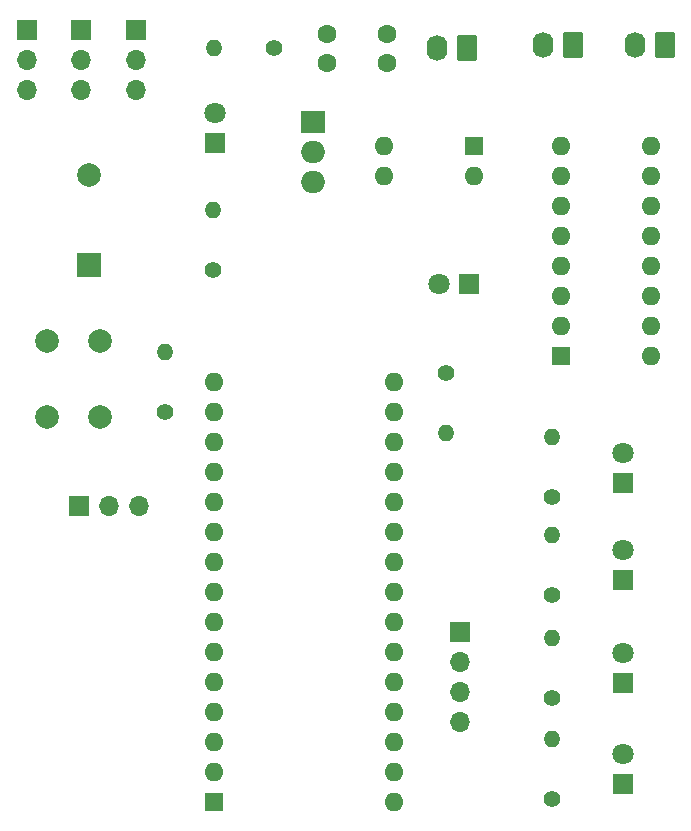
<source format=gbr>
%TF.GenerationSoftware,KiCad,Pcbnew,8.0.4*%
%TF.CreationDate,2024-10-19T15:51:41+03:00*%
%TF.ProjectId,robotkarti,726f626f-746b-4617-9274-692e6b696361,rev?*%
%TF.SameCoordinates,Original*%
%TF.FileFunction,Soldermask,Bot*%
%TF.FilePolarity,Negative*%
%FSLAX46Y46*%
G04 Gerber Fmt 4.6, Leading zero omitted, Abs format (unit mm)*
G04 Created by KiCad (PCBNEW 8.0.4) date 2024-10-19 15:51:41*
%MOMM*%
%LPD*%
G01*
G04 APERTURE LIST*
G04 Aperture macros list*
%AMRoundRect*
0 Rectangle with rounded corners*
0 $1 Rounding radius*
0 $2 $3 $4 $5 $6 $7 $8 $9 X,Y pos of 4 corners*
0 Add a 4 corners polygon primitive as box body*
4,1,4,$2,$3,$4,$5,$6,$7,$8,$9,$2,$3,0*
0 Add four circle primitives for the rounded corners*
1,1,$1+$1,$2,$3*
1,1,$1+$1,$4,$5*
1,1,$1+$1,$6,$7*
1,1,$1+$1,$8,$9*
0 Add four rect primitives between the rounded corners*
20,1,$1+$1,$2,$3,$4,$5,0*
20,1,$1+$1,$4,$5,$6,$7,0*
20,1,$1+$1,$6,$7,$8,$9,0*
20,1,$1+$1,$8,$9,$2,$3,0*%
G04 Aperture macros list end*
%ADD10R,1.600000X1.600000*%
%ADD11O,1.600000X1.600000*%
%ADD12O,2.000000X1.905000*%
%ADD13R,2.000000X1.905000*%
%ADD14C,2.000000*%
%ADD15C,1.400000*%
%ADD16O,1.400000X1.400000*%
%ADD17O,1.700000X1.700000*%
%ADD18R,1.700000X1.700000*%
%ADD19RoundRect,0.250000X0.620000X0.845000X-0.620000X0.845000X-0.620000X-0.845000X0.620000X-0.845000X0*%
%ADD20O,1.740000X2.190000*%
%ADD21R,1.800000X1.800000*%
%ADD22C,1.800000*%
%ADD23C,1.600000*%
%ADD24R,2.000000X2.000000*%
G04 APERTURE END LIST*
D10*
%TO.C,U2*%
X160675004Y-75520000D03*
D11*
X160675004Y-72980000D03*
X160675004Y-70440000D03*
X160675004Y-67900000D03*
X160675004Y-65360000D03*
X160675004Y-62820000D03*
X160675004Y-60280000D03*
X160675004Y-57740000D03*
X168295004Y-57740000D03*
X168295004Y-60280000D03*
X168295004Y-62820000D03*
X168295004Y-65360000D03*
X168295004Y-67900000D03*
X168295004Y-70440000D03*
X168295004Y-72980000D03*
X168295004Y-75520000D03*
%TD*%
D12*
%TO.C,U1*%
X139655004Y-60830000D03*
X139655004Y-58290000D03*
D13*
X139655004Y-55750000D03*
%TD*%
D14*
%TO.C,SW2*%
X117175004Y-74230000D03*
X117175004Y-80730000D03*
X121675004Y-74230000D03*
X121675004Y-80730000D03*
%TD*%
D15*
%TO.C,R8*%
X159925004Y-104480000D03*
D16*
X159925004Y-99400000D03*
%TD*%
D15*
%TO.C,R7*%
X159925004Y-113005000D03*
D16*
X159925004Y-107925000D03*
%TD*%
D15*
%TO.C,R6*%
X159925004Y-95755000D03*
D16*
X159925004Y-90675000D03*
%TD*%
%TO.C,R5*%
X159925004Y-82425000D03*
D15*
X159925004Y-87505000D03*
%TD*%
%TO.C,R4*%
X131175004Y-68270000D03*
D16*
X131175004Y-63190000D03*
%TD*%
D15*
%TO.C,R3*%
X127175004Y-80270000D03*
D16*
X127175004Y-75190000D03*
%TD*%
D15*
%TO.C,R2*%
X150925004Y-76940000D03*
D16*
X150925004Y-82020000D03*
%TD*%
D15*
%TO.C,R1*%
X136405004Y-49500000D03*
D16*
X131325004Y-49500000D03*
%TD*%
D17*
%TO.C,J8*%
X152150004Y-106550000D03*
X152150004Y-104010000D03*
X152150004Y-101470000D03*
D18*
X152150004Y-98930000D03*
%TD*%
D17*
%TO.C,USER*%
X124980004Y-88255000D03*
X122440004Y-88255000D03*
D18*
X119900004Y-88255000D03*
%TD*%
D17*
%TO.C,GND*%
X115425004Y-52980000D03*
X115425004Y-50440000D03*
D18*
X115425004Y-47900000D03*
%TD*%
D17*
%TO.C,+3.3V*%
X120075004Y-52980000D03*
X120075004Y-50440000D03*
D18*
X120075004Y-47900000D03*
%TD*%
D17*
%TO.C,+5V*%
X124725004Y-52980000D03*
X124725004Y-50440000D03*
D18*
X124725004Y-47900000D03*
%TD*%
D19*
%TO.C,MOTOR 2*%
X169465004Y-49230000D03*
D20*
X166925004Y-49230000D03*
%TD*%
%TO.C,MOTOR 1*%
X159175004Y-49230000D03*
D19*
X161715004Y-49230000D03*
%TD*%
D20*
%TO.C,12V-GND*%
X150155004Y-49500000D03*
D19*
X152695004Y-49500000D03*
%TD*%
D21*
%TO.C,D6*%
X165925004Y-103230000D03*
D22*
X165925004Y-100690000D03*
%TD*%
D21*
%TO.C,D5*%
X165925004Y-111755000D03*
D22*
X165925004Y-109215000D03*
%TD*%
%TO.C,D4*%
X165925004Y-91965000D03*
D21*
X165925004Y-94505000D03*
%TD*%
D22*
%TO.C,D3*%
X165925004Y-83715000D03*
D21*
X165925004Y-86255000D03*
%TD*%
D22*
%TO.C,D2*%
X150385004Y-69480000D03*
D21*
X152925004Y-69480000D03*
%TD*%
D22*
%TO.C,D1*%
X131405004Y-55000000D03*
D21*
X131405004Y-57540000D03*
%TD*%
D23*
%TO.C,C2*%
X140905004Y-48250000D03*
X140905004Y-50750000D03*
%TD*%
%TO.C,C1*%
X145905004Y-48250000D03*
X145905004Y-50750000D03*
%TD*%
D14*
%TO.C,BZ1*%
X120675004Y-60230000D03*
D24*
X120675004Y-67830000D03*
%TD*%
D11*
%TO.C,A1*%
X146555004Y-113280000D03*
X146555004Y-110740000D03*
X146555004Y-108200000D03*
X146555004Y-105660000D03*
X146555004Y-103120000D03*
X146555004Y-100580000D03*
X146555004Y-98040000D03*
X146555004Y-95500000D03*
X146555004Y-92960000D03*
X146555004Y-90420000D03*
X146555004Y-87880000D03*
X146555004Y-85340000D03*
X146555004Y-82800000D03*
X146555004Y-80260000D03*
X146555004Y-77720000D03*
X131315004Y-77720000D03*
X131315004Y-80260000D03*
X131315004Y-82800000D03*
X131315004Y-85340000D03*
X131315004Y-87880000D03*
X131315004Y-90420000D03*
X131315004Y-92960000D03*
X131315004Y-95500000D03*
X131315004Y-98040000D03*
X131315004Y-100580000D03*
X131315004Y-103120000D03*
X131315004Y-105660000D03*
X131315004Y-108200000D03*
X131315004Y-110740000D03*
D10*
X131315004Y-113280000D03*
%TD*%
D11*
%TO.C,SW1*%
X145655004Y-57750000D03*
X145655004Y-60290000D03*
X153275004Y-60290000D03*
D10*
X153275004Y-57750000D03*
%TD*%
M02*

</source>
